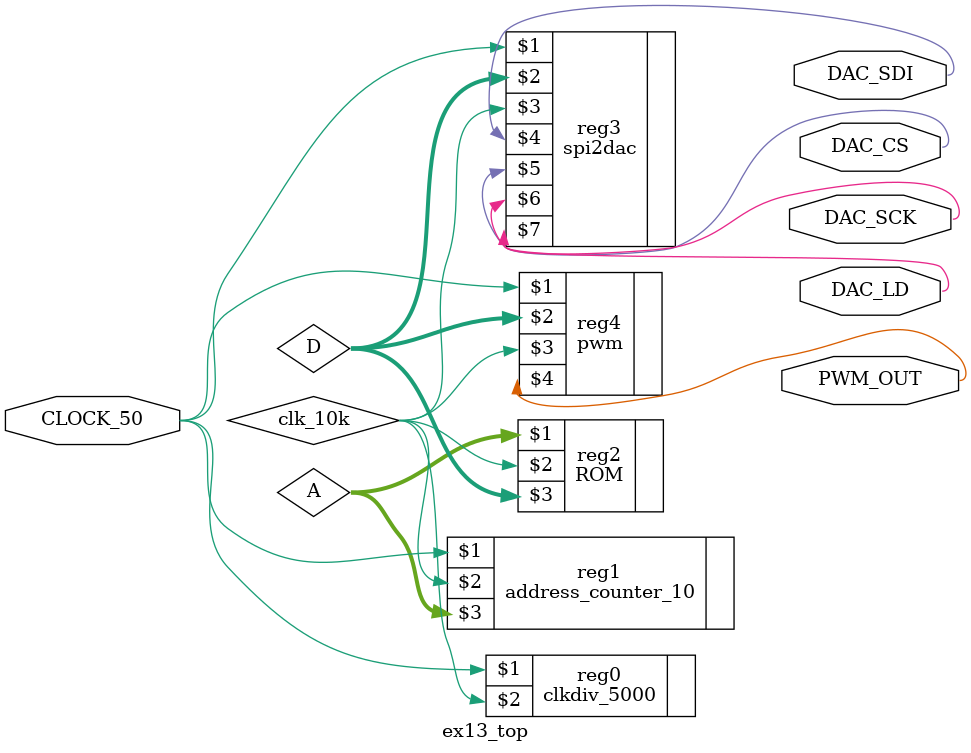
<source format=v>
module ex13_top(
CLOCK_50,
DAC_CS,
DAC_SDI,
DAC_LD,
DAC_SCK,
PWM_OUT
);

input CLOCK_50;
output DAC_CS;
output DAC_SDI;
output DAC_LD;
output DAC_SCK;
output PWM_OUT;

wire [9:0]A;
wire [9:0]D;
wire clk_10k;


clkdiv_5000 reg0(CLOCK_50,clk_10k);
address_counter_10 reg1(CLOCK_50,clk_10k,A[9:0]);
ROM reg2(A[9:0],clk_10k,D[9:0]);
spi2dac reg3(CLOCK_50,D[9:0],clk_10k,DAC_SDI,DAC_CS,DAC_SCK,DAC_LD);
pwm reg4(CLOCK_50,D[9:0],clk_10k,PWM_OUT);

endmodule 
</source>
